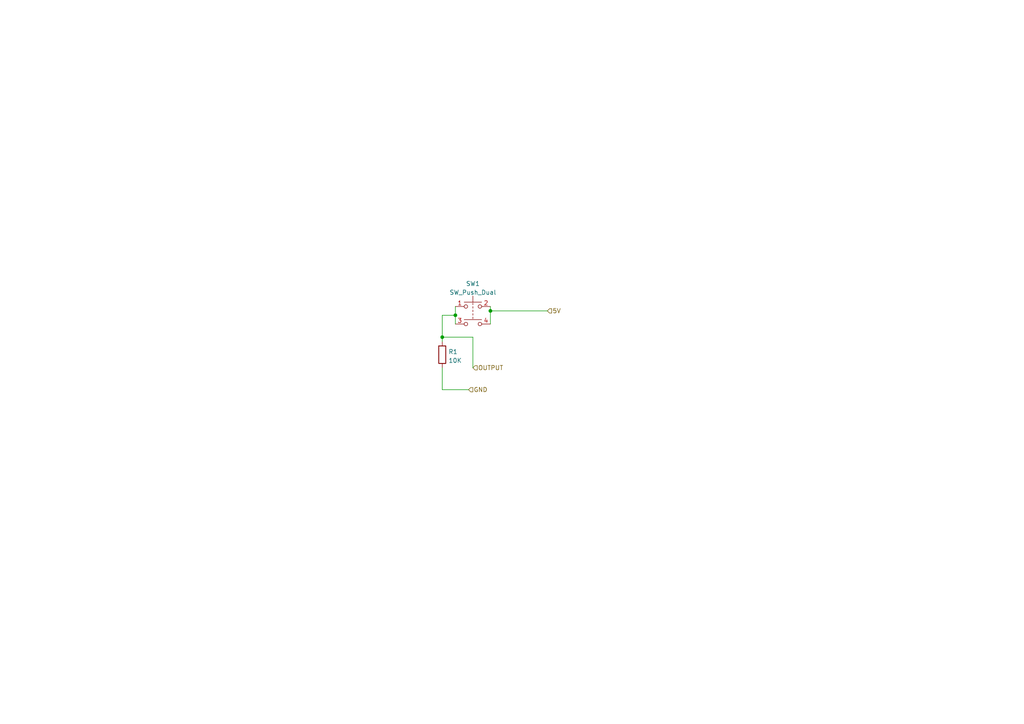
<source format=kicad_sch>
(kicad_sch (version 20211123) (generator eeschema)
  (paper "A4")
  (lib_symbols
    (symbol "Device:R" (pin_numbers hide) (pin_names (offset 0))
      (property "Reference" "R" (at 2.032 0 90))
      (property "Value" "R" (at 0 0 90))
      (symbol "R_0_1"
        (rectangle (start -1.016 -2.54) (end 1.016 2.54) (stroke (width 0.254)))
      )
      (symbol "R_1_1"
        (pin passive line (at 0 3.81 270) (length 1.27) (name "~") (number "1"))
        (pin passive line (at 0 -3.81 90) (length 1.27) (name "~") (number "2"))
      )
    )
    (symbol "Switch:SW_Push_Dual" (pin_names (offset 1.016) hide)
      (property "Reference" "SW" (at 1.27 2.54 0))
      (property "Value" "SW_Push_Dual" (at 0 -6.858 0))
      (symbol "SW_Push_Dual_0_1"
        (circle (center -2.032 -5.08) (radius 0.508))
        (circle (center -2.032 0) (radius 0.508))
        (polyline (pts (xy 0 -3.048) (xy 0 -3.556)))
        (polyline (pts (xy 0 -2.032) (xy 0 -2.54)))
        (polyline (pts (xy 0 -1.524) (xy 0 -1.016)))
        (polyline (pts (xy 0 -0.508) (xy 0 0)))
        (polyline (pts (xy 0 0.508) (xy 0 1.016)))
        (polyline (pts (xy 0 1.27) (xy 0 3.048)))
        (polyline (pts (xy 2.54 -3.81) (xy -2.54 -3.81)))
        (polyline (pts (xy 2.54 1.27) (xy -2.54 1.27)))
        (circle (center 2.032 -5.08) (radius 0.508))
        (circle (center 2.032 0) (radius 0.508))
        (pin passive line (at -5.08 0 0) (length 2.54) (name "1") (number "1"))
        (pin passive line (at 5.08 0 180) (length 2.54) (name "2") (number "2"))
        (pin passive line (at -5.08 -5.08 0) (length 2.54) (name "3") (number "3"))
        (pin passive line (at 5.08 -5.08 180) (length 2.54) (name "4") (number "4"))
      )
    )
  )
  (junction (at 142.24 90.17))
  (junction (at 132.08 91.44))
  (junction (at 128.27 97.79))
  (wire (pts (xy 128.27 106.68) (xy 128.27 113.03)))
  (wire (pts (xy 132.08 88.9) (xy 132.08 91.44)))
  (wire (pts (xy 128.27 113.03) (xy 135.89 113.03)))
  (wire (pts (xy 128.27 97.79) (xy 128.27 99.06)))
  (wire (pts (xy 142.24 90.17) (xy 142.24 93.98)))
  (wire (pts (xy 128.27 91.44) (xy 128.27 97.79)))
  (wire (pts (xy 132.08 91.44) (xy 128.27 91.44)))
  (wire (pts (xy 137.16 106.68) (xy 137.16 97.79)))
  (wire (pts (xy 142.24 90.17) (xy 158.75 90.17)))
  (wire (pts (xy 132.08 91.44) (xy 132.08 93.98)))
  (wire (pts (xy 142.24 88.9) (xy 142.24 90.17)))
  (wire (pts (xy 137.16 97.79) (xy 128.27 97.79)))
  (hierarchical_label "GND" (shape input) (at 135.89 113.03 0))
  (hierarchical_label "5V" (shape input) (at 158.75 90.17 0))
  (hierarchical_label "OUTPUT" (shape input) (at 137.16 106.68 0))
  (symbol (lib_id "Switch:SW_Push_Dual") (at 137.16 88.9 0) (unit 1)
    (property "Reference" "SW1" (at 137.16 82.2792 0))
    (property "Value" "SW_Push_Dual" (at 137.16 84.8161 0))
    (property "Footprint" "Button_Switch_SMD:SW_Push_1P1T_NO_6x6mm_H9.5mm" (effects hide))
  )
  (symbol (lib_id "Device:R") (at 128.27 102.87 0) (unit 1)
    (property "Reference" "R1" (at 130.048 102.0353 0) (effects (justify left)))
    (property "Value" "10K" (at 130.048 104.5722 0) (effects (justify left)))
    (property "Footprint" "Resistor_SMD:R_1206_3216Metric_Pad1.30x1.75mm_HandSolder" (effects hide))
  )
)
</source>
